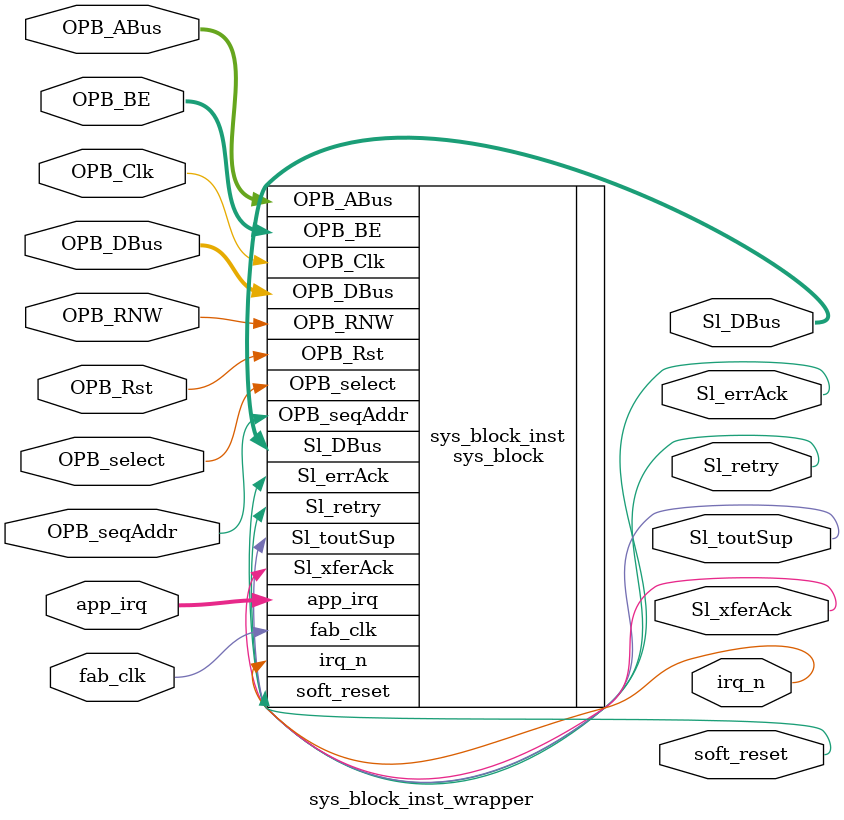
<source format=v>

module sys_block_inst_wrapper
  (
    OPB_Clk,
    OPB_Rst,
    Sl_DBus,
    Sl_errAck,
    Sl_retry,
    Sl_toutSup,
    Sl_xferAck,
    OPB_ABus,
    OPB_BE,
    OPB_DBus,
    OPB_RNW,
    OPB_select,
    OPB_seqAddr,
    soft_reset,
    irq_n,
    app_irq,
    fab_clk
  );
  input OPB_Clk;
  input OPB_Rst;
  output [0:31] Sl_DBus;
  output Sl_errAck;
  output Sl_retry;
  output Sl_toutSup;
  output Sl_xferAck;
  input [0:31] OPB_ABus;
  input [0:3] OPB_BE;
  input [0:31] OPB_DBus;
  input OPB_RNW;
  input OPB_select;
  input OPB_seqAddr;
  output soft_reset;
  output irq_n;
  input [15:0] app_irq;
  input fab_clk;

  sys_block
    #(
      .C_BASEADDR ( 32'h00000000 ),
      .C_HIGHADDR ( 32'h0000FFFF ),
      .C_OPB_AWIDTH ( 32 ),
      .C_OPB_DWIDTH ( 32 ),
      .BOARD_ID ( 'hB00B ),
      .REV_MAJOR ( 'h1 ),
      .REV_MINOR ( 'h0 ),
      .REV_RCS ( 'h0 ),
      .RCS_UPTODATE ( 'h0 )
    )
    sys_block_inst (
      .OPB_Clk ( OPB_Clk ),
      .OPB_Rst ( OPB_Rst ),
      .Sl_DBus ( Sl_DBus ),
      .Sl_errAck ( Sl_errAck ),
      .Sl_retry ( Sl_retry ),
      .Sl_toutSup ( Sl_toutSup ),
      .Sl_xferAck ( Sl_xferAck ),
      .OPB_ABus ( OPB_ABus ),
      .OPB_BE ( OPB_BE ),
      .OPB_DBus ( OPB_DBus ),
      .OPB_RNW ( OPB_RNW ),
      .OPB_select ( OPB_select ),
      .OPB_seqAddr ( OPB_seqAddr ),
      .soft_reset ( soft_reset ),
      .irq_n ( irq_n ),
      .app_irq ( app_irq ),
      .fab_clk ( fab_clk )
    );

endmodule


</source>
